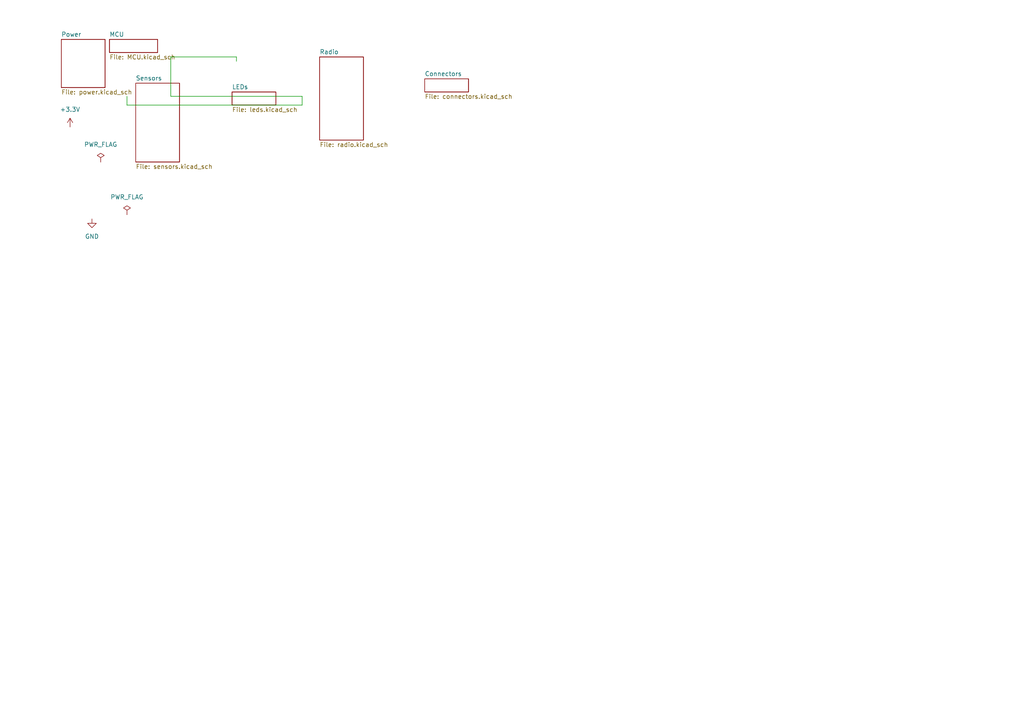
<source format=kicad_sch>
(kicad_sch (version 20250114) (generator "eeschema") (generator_version "9.0")
  (paper "A4")
  (lib_symbols
    (symbol "power:+3.3V" (power) (pin_names (offset 0))
      (property "Value" "+3.3V" (at 0 3.556 0))
      (symbol "+3.3V_0_1"
        (polyline (pts (xy -0.762 1.27) (xy 0 2.54)))
        (polyline (pts (xy 0 2.54) (xy 0.762 1.27)))
        (polyline (pts (xy 0 0) (xy 0 2.54)))
      )
      (symbol "+3.3V_1_1"
        (pin power_in line (at 0 0 90) (length 0) (hide yes) (name "+3.3V") (number "1"))
      )
    )
    (symbol "power:GND" (power) (pin_names (offset 0))
      (property "Value" "GND" (at 0 -3.81 0))
      (symbol "GND_0_1"
        (polyline (pts (xy 0 0) (xy 0 -1.27) (xy 1.27 -1.27) (xy 0 -2.54) (xy -1.27 -1.27) (xy 0 -1.27)))
      )
      (symbol "GND_1_1"
        (pin power_in line (at 0 0 270) (length 0) (hide yes) (name "GND") (number "1"))
      )
    )
    (symbol "power:PWR_FLAG" (power) (pin_numbers (hide yes)) (pin_names (offset 0) (hide yes))
      (property "Value" "PWR_FLAG" (at 0 3.81 0))
      (symbol "PWR_FLAG_0_0"
        (pin power_out line (at 0 0 90) (length 0) (name "pwr") (number "1"))
      )
      (symbol "PWR_FLAG_0_1"
        (polyline (pts (xy 0 0) (xy 0 1.27) (xy -1.016 1.905) (xy 0 2.54) (xy 1.016 1.905) (xy 0 1.27)))
      )
    )
  )
  (wire (pts (xy 36.83 27.94) (xy 36.83 30.48)))
  (wire (pts (xy 87.63 27.94) (xy 87.63 30.48)))
  (wire (pts (xy 68.58 17.78) (xy 68.58 16.51)))
  (wire (pts (xy 49.53 16.51) (xy 49.53 27.94)))
  (wire (pts (xy 87.63 30.48) (xy 36.83 30.48)))
  (wire (pts (xy 68.58 16.51) (xy 49.53 16.51)))
  (wire (pts (xy 49.53 27.94) (xy 87.63 27.94)))
  (symbol (lib_id "power:PWR_FLAG") (at 29.21 46.99 0) (unit 1)
    (property "Reference" "#FLG01" (effects (hide yes)))
    (property "Value" "PWR_FLAG" (at 29.21 41.91 0))
  )
  (symbol (lib_id "power:PWR_FLAG") (at 36.83 62.23 0) (unit 1)
    (property "Reference" "#FLG02" (effects (hide yes)))
    (property "Value" "PWR_FLAG" (at 36.83 57.15 0))
  )
  (symbol (lib_id "power:+3.3V") (at 20.32 36.83 0) (unit 1)
    (property "Reference" "#PWR02" (effects (hide yes)))
    (property "Value" "+3.3V" (at 20.32 31.75 0))
  )
  (symbol (lib_id "power:GND") (at 26.67 63.5 0) (unit 1)
    (property "Reference" "#PWR01" (effects (hide yes)))
    (property "Value" "GND" (at 26.67 68.58 0))
  )
  (sheet (at 67.31 26.67) (size 12.7 3.81) (stroke (width 0.1524))
    (property "Sheetname" "LEDs" (at 67.31 25.9584 0) (effects (justify left bottom)))
    (property "Sheetfile" "leds.kicad_sch" (at 67.31 31.0646 0) (effects (justify left top)))
  )
  (sheet (at 92.71 16.51) (size 12.7 24.13) (stroke (width 0.1524))
    (property "Sheetname" "Radio" (at 92.71 15.7984 0) (effects (justify left bottom)))
    (property "Sheetfile" "radio.kicad_sch" (at 92.71 41.2246 0) (effects (justify left top)))
  )
  (sheet (at 31.75 11.43) (size 13.97 3.81) (stroke (width 0.1524))
    (property "Sheetname" "MCU" (at 31.75 10.7184 0) (effects (justify left bottom)))
    (property "Sheetfile" "MCU.kicad_sch" (at 31.75 15.8246 0) (effects (justify left top)))
  )
  (sheet (at 39.37 24.13) (size 12.7 22.86) (stroke (width 0.1524))
    (property "Sheetname" "Sensors" (at 39.37 23.4184 0) (effects (justify left bottom)))
    (property "Sheetfile" "sensors.kicad_sch" (at 39.37 47.5746 0) (effects (justify left top)))
  )
  (sheet (at 123.19 22.86) (size 12.7 3.81) (stroke (width 0.1524))
    (property "Sheetname" "Connectors" (at 123.19 22.1484 0) (effects (justify left bottom)))
    (property "Sheetfile" "connectors.kicad_sch" (at 123.19 27.2546 0) (effects (justify left top)))
  )
  (sheet (at 17.78 11.43) (size 12.7 13.97) (stroke (width 0.1524))
    (property "Sheetname" "Power" (at 17.78 10.7184 0) (effects (justify left bottom)))
    (property "Sheetfile" "power.kicad_sch" (at 17.78 25.9846 0) (effects (justify left top)))
  )
)
</source>
